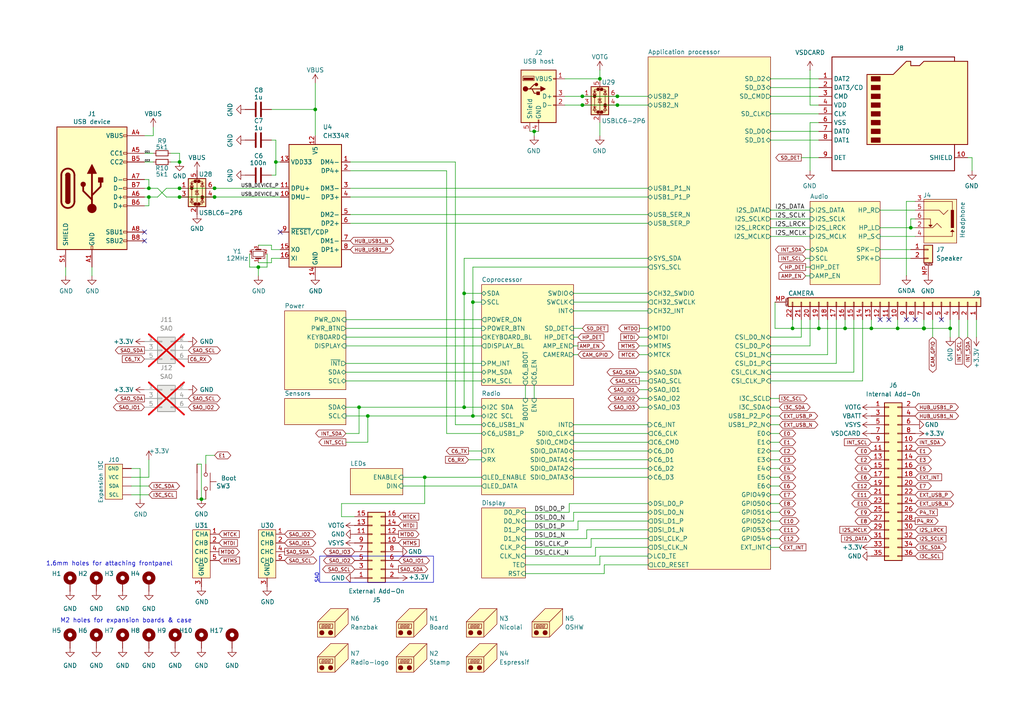
<source format=kicad_sch>
(kicad_sch (version 20231120) (generator "eeschema") (generator_version "8.0")
  (paper "A4")
  (title_block (title "WHY2025 badge") (date "2024-08-27") (rev "Prototype 2") (company "Badge.Team") (comment 1 "Copyright 2024 Nicolai Electronics") (comment 2 "License: CERN-OHL-P") (comment 3 "Untested prototype design"))
  (junction (at 154.94 38.1))
  (junction (at 137.16 87.63))
  (junction (at 245.11 95.25))
  (junction (at 275.59 95.25))
  (junction (at 52.07 46.99))
  (junction (at 91.44 31.75))
  (junction (at 267.97 95.25) (diameter 1.016))
  (junction (at 106.68 120.65))
  (junction (at 168.91 27.94))
  (junction (at 134.62 85.09))
  (junction (at 58.42 144.78))
  (junction (at 123.19 138.43))
  (junction (at 52.07 54.61))
  (junction (at 179.07 30.48))
  (junction (at 179.07 27.94))
  (junction (at 43.18 57.15))
  (junction (at 137.16 120.65))
  (junction (at 260.35 95.25))
  (junction (at 229.87 95.25))
  (junction (at 62.23 54.61))
  (junction (at 168.91 30.48))
  (junction (at 62.23 57.15))
  (junction (at 74.93 77.47))
  (junction (at 52.07 57.15))
  (junction (at 134.62 118.11))
  (junction (at 237.49 95.25))
  (junction (at 104.14 118.11))
  (junction (at 173.99 22.86))
  (junction (at 252.73 95.25))
  (junction (at 264.16 66.04))
  (junction (at 43.18 54.61))
  (junction (at 80.01 46.99))
  (no_connect (at 265.43 92.71))
  (no_connect (at 255.27 92.71))
  (no_connect (at 273.05 92.71))
  (no_connect (at 41.91 69.85))
  (no_connect (at 257.81 92.71))
  (no_connect (at 81.28 67.31))
  (no_connect (at 262.89 92.71))
  (no_connect (at 41.91 67.31))
  (wire (pts (xy 264.16 63.5) (xy 264.16 66.04)))
  (wire (pts (xy 78.74 74.93) (xy 81.28 74.93)))
  (wire (pts (xy 223.52 102.87) (xy 240.03 102.87)))
  (wire (pts (xy 168.91 30.48) (xy 179.07 30.48)))
  (wire (pts (xy 223.52 148.59) (xy 226.06 148.59)))
  (wire (pts (xy 48.26 57.15) (xy 52.07 57.15)))
  (wire (pts (xy 223.52 107.95) (xy 247.65 107.95)))
  (wire (pts (xy 275.59 95.25) (xy 275.59 92.71)))
  (wire (pts (xy 267.97 95.25) (xy 267.97 92.71)))
  (wire (pts (xy 167.64 153.67) (xy 167.64 151.13)))
  (wire (pts (xy 152.4 161.29) (xy 172.72 161.29)))
  (wire (pts (xy 223.52 22.86) (xy 237.49 22.86)))
  (wire (pts (xy 41.91 57.15) (xy 43.18 57.15)))
  (wire (pts (xy 62.23 54.61) (xy 81.28 54.61)))
  (wire (pts (xy 223.52 100.33) (xy 234.95 100.33)))
  (wire (pts (xy 57.15 134.62) (xy 58.42 134.62)))
  (wire (pts (xy 278.13 97.79) (xy 278.13 92.71)))
  (wire (pts (xy 166.37 95.25) (xy 168.91 95.25)))
  (wire (pts (xy 223.52 133.35) (xy 226.06 133.35)))
  (wire (pts (xy 223.52 38.1) (xy 237.49 38.1)))
  (wire (pts (xy 134.62 74.93) (xy 187.96 74.93)))
  (wire (pts (xy 255.27 60.96) (xy 265.43 60.96)))
  (wire (pts (xy 123.19 138.43) (xy 139.7 138.43)))
  (wire (pts (xy 187.96 161.29) (xy 173.99 161.29)))
  (wire (pts (xy 245.11 95.25) (xy 245.11 92.71)))
  (wire (pts (xy 185.42 113.03) (xy 187.96 113.03)))
  (wire (pts (xy 173.99 163.83) (xy 173.99 161.29)))
  (wire (pts (xy 223.52 115.57) (xy 226.06 115.57)))
  (wire (pts (xy 166.37 85.09) (xy 187.96 85.09)))
  (wire (pts (xy 234.95 35.56) (xy 234.95 49.53)))
  (wire (pts (xy 224.79 95.25) (xy 229.87 95.25)))
  (wire (pts (xy 132.08 46.99) (xy 132.08 123.19)))
  (wire (pts (xy 223.52 158.75) (xy 226.06 158.75)))
  (wire (pts (xy 223.52 140.97) (xy 226.06 140.97)))
  (wire (pts (xy 267.97 95.25) (xy 275.59 95.25)))
  (wire (pts (xy 43.18 59.69) (xy 41.91 59.69)))
  (wire (pts (xy 52.07 44.45) (xy 52.07 46.99)))
  (wire (pts (xy 223.52 138.43) (xy 226.06 138.43)))
  (wire (pts (xy 132.08 123.19) (xy 139.7 123.19)))
  (wire (pts (xy 100.33 107.95) (xy 139.7 107.95)))
  (wire (pts (xy 41.91 54.61) (xy 43.18 54.61)))
  (wire (pts (xy 166.37 102.87) (xy 167.64 102.87)))
  (wire (pts (xy 74.93 76.2) (xy 78.74 76.2)))
  (wire (pts (xy 100.33 120.65) (xy 106.68 120.65)))
  (wire (pts (xy 223.52 146.05) (xy 226.06 146.05)))
  (wire (pts (xy 48.26 54.61) (xy 45.72 57.15)))
  (wire (pts (xy 223.52 33.02) (xy 237.49 33.02)))
  (wire (pts (xy 252.73 95.25) (xy 260.35 95.25)))
  (wire (pts (xy 91.44 24.13) (xy 91.44 31.75)))
  (wire (pts (xy 135.89 130.81) (xy 139.7 130.81)))
  (wire (pts (xy 152.4 156.21) (xy 170.18 156.21)))
  (wire (pts (xy 281.94 45.72) (xy 280.67 45.72)))
  (wire (pts (xy 80.01 46.99) (xy 81.28 46.99)))
  (wire (pts (xy 173.99 35.56) (xy 173.99 39.37)))
  (wire (pts (xy 166.37 148.59) (xy 187.96 148.59)))
  (wire (pts (xy 99.06 149.86) (xy 102.87 149.86)))
  (wire (pts (xy 260.35 95.25) (xy 260.35 92.71)))
  (wire (pts (xy 129.54 125.73) (xy 139.7 125.73)))
  (wire (pts (xy 223.52 68.58) (xy 234.95 68.58)))
  (wire (pts (xy 101.6 62.23) (xy 187.96 62.23)))
  (wire (pts (xy 185.42 115.57) (xy 187.96 115.57)))
  (wire (pts (xy 129.54 49.53) (xy 129.54 125.73)))
  (wire (pts (xy 172.72 161.29) (xy 172.72 158.75)))
  (wire (pts (xy 154.94 38.1) (xy 154.94 39.37)))
  (wire (pts (xy 137.16 87.63) (xy 139.7 87.63)))
  (wire (pts (xy 173.99 163.83) (xy 152.4 163.83)))
  (wire (pts (xy 38.1 138.43) (xy 43.18 138.43)))
  (wire (pts (xy 237.49 35.56) (xy 234.95 35.56)))
  (wire (pts (xy 170.18 156.21) (xy 170.18 153.67)))
  (wire (pts (xy 101.6 57.15) (xy 187.96 57.15)))
  (wire (pts (xy 166.37 138.43) (xy 187.96 138.43)))
  (wire (pts (xy 223.52 40.64) (xy 237.49 40.64)))
  (wire (pts (xy 237.49 95.25) (xy 245.11 95.25)))
  (wire (pts (xy 77.47 77.47) (xy 74.93 77.47)))
  (wire (pts (xy 223.52 125.73) (xy 226.06 125.73)))
  (wire (pts (xy 175.26 166.37) (xy 152.4 166.37)))
  (wire (pts (xy 163.83 22.86) (xy 173.99 22.86)))
  (wire (pts (xy 101.6 46.99) (xy 132.08 46.99)))
  (wire (pts (xy 100.33 118.11) (xy 104.14 118.11)))
  (wire (pts (xy 106.68 120.65) (xy 137.16 120.65)))
  (wire (pts (xy 229.87 95.25) (xy 237.49 95.25)))
  (wire (pts (xy 252.73 95.25) (xy 252.73 92.71)))
  (wire (pts (xy 171.45 158.75) (xy 171.45 156.21)))
  (wire (pts (xy 166.37 97.79) (xy 167.64 97.79)))
  (wire (pts (xy 80.01 46.99) (xy 80.01 40.64)))
  (wire (pts (xy 137.16 77.47) (xy 137.16 87.63)))
  (wire (pts (xy 223.52 105.41) (xy 242.57 105.41)))
  (wire (pts (xy 264.16 66.04) (xy 265.43 66.04)))
  (wire (pts (xy 255.27 74.93) (xy 264.16 74.93)))
  (wire (pts (xy 41.91 44.45) (xy 44.45 44.45)))
  (wire (pts (xy 139.7 85.09) (xy 134.62 85.09)))
  (wire (pts (xy 262.89 58.42) (xy 262.89 80.01)))
  (wire (pts (xy 45.72 54.61) (xy 48.26 57.15)))
  (wire (pts (xy 163.83 27.94) (xy 168.91 27.94)))
  (wire (pts (xy 260.35 95.25) (xy 267.97 95.25)))
  (wire (pts (xy 78.74 31.75) (xy 91.44 31.75)))
  (wire (pts (xy 74.93 77.47) (xy 74.93 80.01)))
  (wire (pts (xy 62.23 57.15) (xy 81.28 57.15)))
  (wire (pts (xy 185.42 110.49) (xy 187.96 110.49)))
  (wire (pts (xy 74.93 71.12) (xy 78.74 71.12)))
  (wire (pts (xy 250.19 92.71) (xy 250.19 110.49)))
  (wire (pts (xy 223.52 153.67) (xy 226.06 153.67)))
  (wire (pts (xy 99.06 146.05) (xy 99.06 149.86)))
  (wire (pts (xy 166.37 135.89) (xy 187.96 135.89)))
  (wire (pts (xy 179.07 27.94) (xy 187.96 27.94)))
  (wire (pts (xy 104.14 118.11) (xy 104.14 125.73)))
  (wire (pts (xy 280.67 97.79) (xy 280.67 92.71)))
  (wire (pts (xy 187.96 146.05) (xy 165.1 146.05)))
  (wire (pts (xy 101.6 64.77) (xy 187.96 64.77)))
  (wire (pts (xy 80.01 40.64) (xy 78.74 40.64)))
  (wire (pts (xy 167.64 153.67) (xy 152.4 153.67)))
  (wire (pts (xy 255.27 72.39) (xy 264.16 72.39)))
  (wire (pts (xy 163.83 30.48) (xy 168.91 30.48)))
  (wire (pts (xy 242.57 105.41) (xy 242.57 92.71)))
  (wire (pts (xy 223.52 135.89) (xy 226.06 135.89)))
  (wire (pts (xy 58.42 134.62) (xy 58.42 144.78)))
  (wire (pts (xy 99.06 146.05) (xy 123.19 146.05)))
  (wire (pts (xy 166.37 87.63) (xy 187.96 87.63)))
  (wire (pts (xy 91.44 31.75) (xy 91.44 39.37)))
  (wire (pts (xy 185.42 97.79) (xy 187.96 97.79)))
  (wire (pts (xy 123.19 138.43) (xy 123.19 146.05)))
  (wire (pts (xy 57.15 144.78) (xy 58.42 144.78)))
  (wire (pts (xy 223.52 63.5) (xy 234.95 63.5)))
  (wire (pts (xy 223.52 143.51) (xy 226.06 143.51)))
  (wire (pts (xy 59.69 132.08) (xy 62.23 132.08)))
  (wire (pts (xy 139.7 120.65) (xy 137.16 120.65)))
  (wire (pts (xy 59.69 134.62) (xy 59.69 132.08)))
  (wire (pts (xy 44.45 39.37) (xy 44.45 36.83)))
  (wire (pts (xy 134.62 85.09) (xy 134.62 118.11)))
  (wire (pts (xy 281.94 45.72) (xy 281.94 49.53)))
  (wire (pts (xy 38.1 135.89) (xy 40.64 135.89)))
  (wire (pts (xy 166.37 130.81) (xy 187.96 130.81)))
  (wire (pts (xy 275.59 95.25) (xy 275.59 97.79)))
  (wire (pts (xy 100.33 128.27) (xy 106.68 128.27)))
  (wire (pts (xy 265.43 58.42) (xy 262.89 58.42)))
  (wire (pts (xy 166.37 100.33) (xy 167.64 100.33)))
  (wire (pts (xy 80.01 50.8) (xy 80.01 46.99)))
  (wire (pts (xy 43.18 57.15) (xy 43.18 59.69)))
  (wire (pts (xy 223.52 130.81) (xy 226.06 130.81)))
  (wire (pts (xy 223.52 128.27) (xy 226.06 128.27)))
  (wire (pts (xy 43.18 54.61) (xy 45.72 54.61)))
  (wire (pts (xy 232.41 97.79) (xy 232.41 92.71)))
  (wire (pts (xy 100.33 95.25) (xy 139.7 95.25)))
  (wire (pts (xy 223.52 27.94) (xy 237.49 27.94)))
  (wire (pts (xy 240.03 102.87) (xy 240.03 92.71)))
  (wire (pts (xy 223.52 123.19) (xy 226.06 123.19)))
  (wire (pts (xy 137.16 87.63) (xy 137.16 120.65)))
  (wire (pts (xy 168.91 27.94) (xy 179.07 27.94)))
  (wire (pts (xy 78.74 71.12) (xy 78.74 72.39)))
  (wire (pts (xy 223.52 66.04) (xy 234.95 66.04)))
  (wire (pts (xy 100.33 92.71) (xy 139.7 92.71)))
  (wire (pts (xy 166.37 133.35) (xy 187.96 133.35)))
  (wire (pts (xy 38.1 143.51) (xy 43.18 143.51)))
  (wire (pts (xy 255.27 68.58) (xy 265.43 68.58)))
  (wire (pts (xy 234.95 30.48) (xy 237.49 30.48)))
  (wire (pts (xy 78.74 50.8) (xy 80.01 50.8)))
  (wire (pts (xy 152.4 148.59) (xy 165.1 148.59)))
  (wire (pts (xy 233.68 74.93) (xy 234.95 74.93)))
  (wire (pts (xy 154.94 38.1) (xy 153.67 38.1)))
  (wire (pts (xy 283.21 97.79) (xy 283.21 92.71)))
  (wire (pts (xy 77.47 73.66) (xy 77.47 77.47)))
  (wire (pts (xy 40.64 135.89) (xy 40.64 144.78)))
  (wire (pts (xy 187.96 158.75) (xy 172.72 158.75)))
  (wire (pts (xy 175.26 163.83) (xy 175.26 166.37)))
  (wire (pts (xy 26.67 77.47) (xy 26.67 80.01)))
  (wire (pts (xy 229.87 92.71) (xy 229.87 95.25)))
  (wire (pts (xy 166.37 128.27) (xy 187.96 128.27)))
  (wire (pts (xy 52.07 54.61) (xy 62.23 54.61)))
  (wire (pts (xy 187.96 151.13) (xy 167.64 151.13)))
  (wire (pts (xy 265.43 63.5) (xy 264.16 63.5)))
  (wire (pts (xy 166.37 151.13) (xy 166.37 148.59)))
  (wire (pts (xy 233.68 72.39) (xy 234.95 72.39)))
  (wire (pts (xy 100.33 100.33) (xy 139.7 100.33)))
  (wire (pts (xy 52.07 57.15) (xy 62.23 57.15)))
  (wire (pts (xy 106.68 120.65) (xy 106.68 128.27)))
  (wire (pts (xy 223.52 25.4) (xy 237.49 25.4)))
  (wire (pts (xy 154.94 111.76) (xy 154.94 115.57)))
  (wire (pts (xy 173.99 20.32) (xy 173.99 22.86)))
  (wire (pts (xy 81.28 72.39) (xy 78.74 72.39)))
  (wire (pts (xy 233.68 77.47) (xy 234.95 77.47)))
  (wire (pts (xy 185.42 100.33) (xy 187.96 100.33)))
  (wire (pts (xy 237.49 95.25) (xy 237.49 92.71)))
  (wire (pts (xy 134.62 118.11) (xy 139.7 118.11)))
  (wire (pts (xy 43.18 57.15) (xy 45.72 57.15)))
  (wire (pts (xy 233.68 80.01) (xy 234.95 80.01)))
  (wire (pts (xy 72.39 77.47) (xy 72.39 73.66)))
  (wire (pts (xy 234.95 20.32) (xy 234.95 30.48)))
  (wire (pts (xy 224.79 87.63) (xy 224.79 95.25)))
  (wire (pts (xy 165.1 148.59) (xy 165.1 146.05)))
  (wire (pts (xy 185.42 118.11) (xy 187.96 118.11)))
  (wire (pts (xy 223.52 60.96) (xy 234.95 60.96)))
  (wire (pts (xy 116.84 140.97) (xy 139.7 140.97)))
  (wire (pts (xy 134.62 74.93) (xy 134.62 85.09)))
  (wire (pts (xy 270.51 92.71) (xy 270.51 97.79)))
  (wire (pts (xy 58.42 144.78) (xy 59.69 144.78)))
  (wire (pts (xy 48.26 54.61) (xy 52.07 54.61)))
  (wire (pts (xy 41.91 52.07) (xy 43.18 52.07)))
  (wire (pts (xy 166.37 123.19) (xy 187.96 123.19)))
  (wire (pts (xy 223.52 118.11) (xy 226.06 118.11)))
  (wire (pts (xy 19.05 77.47) (xy 19.05 80.01)))
  (wire (pts (xy 247.65 107.95) (xy 247.65 92.71)))
  (wire (pts (xy 52.07 44.45) (xy 49.53 44.45)))
  (wire (pts (xy 223.52 151.13) (xy 226.06 151.13)))
  (wire (pts (xy 152.4 151.13) (xy 166.37 151.13)))
  (wire (pts (xy 171.45 156.21) (xy 187.96 156.21)))
  (wire (pts (xy 185.42 95.25) (xy 187.96 95.25)))
  (wire (pts (xy 152.4 111.76) (xy 152.4 115.57)))
  (wire (pts (xy 232.41 45.72) (xy 237.49 45.72)))
  (wire (pts (xy 49.53 46.99) (xy 52.07 46.99)))
  (wire (pts (xy 234.95 100.33) (xy 234.95 92.71)))
  (wire (pts (xy 135.89 133.35) (xy 139.7 133.35)))
  (wire (pts (xy 43.18 133.35) (xy 43.18 138.43)))
  (wire (pts (xy 43.18 52.07) (xy 43.18 54.61)))
  (wire (pts (xy 104.14 118.11) (xy 134.62 118.11)))
  (wire (pts (xy 223.52 156.21) (xy 226.06 156.21)))
  (wire (pts (xy 41.91 39.37) (xy 44.45 39.37)))
  (wire (pts (xy 185.42 102.87) (xy 187.96 102.87)))
  (wire (pts (xy 223.52 97.79) (xy 232.41 97.79)))
  (wire (pts (xy 166.37 90.17) (xy 187.96 90.17)))
  (wire (pts (xy 187.96 163.83) (xy 175.26 163.83)))
  (wire (pts (xy 38.1 140.97) (xy 43.18 140.97)))
  (wire (pts (xy 166.37 125.73) (xy 187.96 125.73)))
  (wire (pts (xy 100.33 125.73) (xy 104.14 125.73)))
  (wire (pts (xy 185.42 107.95) (xy 187.96 107.95)))
  (wire (pts (xy 255.27 66.04) (xy 264.16 66.04)))
  (wire (pts (xy 179.07 30.48) (xy 187.96 30.48)))
  (wire (pts (xy 101.6 49.53) (xy 129.54 49.53)))
  (wire (pts (xy 101.6 54.61) (xy 187.96 54.61)))
  (wire (pts (xy 223.52 120.65) (xy 226.06 120.65)))
  (wire (pts (xy 100.33 97.79) (xy 139.7 97.79)))
  (wire (pts (xy 152.4 158.75) (xy 171.45 158.75)))
  (wire (pts (xy 245.11 95.25) (xy 252.73 95.25)))
  (wire (pts (xy 100.33 105.41) (xy 139.7 105.41)))
  (wire (pts (xy 116.84 138.43) (xy 123.19 138.43)))
  (wire (pts (xy 74.93 77.47) (xy 72.39 77.47)))
  (wire (pts (xy 223.52 110.49) (xy 250.19 110.49)))
  (wire (pts (xy 100.33 110.49) (xy 139.7 110.49)))
  (wire (pts (xy 41.91 46.99) (xy 44.45 46.99)))
  (wire (pts (xy 78.74 74.93) (xy 78.74 76.2)))
  (wire (pts (xy 170.18 153.67) (xy 187.96 153.67)))
  (wire (pts (xy 137.16 77.47) (xy 187.96 77.47)))
  (wire (pts (xy 156.21 38.1) (xy 154.94 38.1)))
  (rectangle (start 92.71 161.29) (end 125.73 168.91))
  (text "M2 holes for expansion boards & case" (at 36.576 180.086 0) (effects (font (size 1.27 1.27))))
  (text "SAO" (at 91.948 167.64 90) (effects (font (size 1.016 1.016))))
  (text "1.6mm holes for attaching frontpanel" (at 31.75 163.576 0) (effects (font (size 1.27 1.27))))
  (label "CC2" (at 41.91 46.99 0) (effects (font (size 0.508 0.508))))
  (label "DSI_CLK_N" (at 154.94 161.29 0))
  (label "DSI_D1_N" (at 154.94 156.21 0))
  (label "I2S_MCLK" (at 224.79 68.58 0))
  (label "USB_DEVICE_N" (at 69.85 57.15 0) (effects (font (size 1.016 1.016))))
  (label "DSI_D0_P" (at 154.94 148.59 0))
  (label "USB_DEVICE_P" (at 69.85 54.61 0) (effects (font (size 1.016 1.016))))
  (label "DSI_D0_N" (at 154.94 151.13 0))
  (label "DSI_CLK_P" (at 154.94 158.75 0))
  (label "CC1" (at 41.91 44.45 0) (effects (font (size 0.508 0.508))))
  (label "I2S_DATA" (at 224.79 60.96 0))
  (label "DSI_D1_P" (at 154.94 153.67 0))
  (label "I2S_SCLK" (at 224.79 63.5 0))
  (label "I2S_LRCK" (at 224.79 66.04 0))
  (global_label "INT_SDA" (shape bidirectional) (at 265.43 128.27 0) (effects (font (size 1.016 1.016))) (property "Intersheetrefs" "${INTERSHEET_REFS}" (effects (hide yes))))
  (global_label "E7" (shape bidirectional) (at 265.43 140.97 0) (effects (font (size 1.016 1.016))) (property "Intersheetrefs" "${INTERSHEET_REFS}" (effects (hide yes))))
  (global_label "HUB_USB1_P" (shape bidirectional) (at 101.6 72.39 0) (effects (font (size 1.016 1.016))) (property "Intersheetrefs" "${INTERSHEET_REFS}" (effects (hide yes))))
  (global_label "E1" (shape bidirectional) (at 226.06 128.27 0) (effects (font (size 1.016 1.016))) (property "Intersheetrefs" "${INTERSHEET_REFS}" (effects (hide yes))))
  (global_label "E2" (shape bidirectional) (at 226.06 130.81 0) (effects (font (size 1.016 1.016))) (property "Intersheetrefs" "${INTERSHEET_REFS}" (effects (hide yes))))
  (global_label "SAO_IO1" (shape bidirectional) (at 82.55 157.48 0) (effects (font (size 1.016 1.016))) (property "Intersheetrefs" "${INTERSHEET_REFS}" (effects (hide yes))))
  (global_label "INT_SDA" (shape bidirectional) (at 100.33 125.73 180) (effects (font (size 1.016 1.016))) (property "Intersheetrefs" "${INTERSHEET_REFS}" (effects (hide yes))))
  (global_label "MTDO" (shape output) (at 185.42 95.25 180) (effects (font (size 1.016 1.016))) (property "Intersheetrefs" "${INTERSHEET_REFS}" (effects (hide yes))))
  (global_label "SAO_SCL" (shape bidirectional) (at 54.61 115.57 0) (effects (font (size 1.016 1.016))) (property "Intersheetrefs" "${INTERSHEET_REFS}" (effects (hide yes))))
  (global_label "SAO_SCL" (shape output) (at 185.42 110.49 180) (effects (font (size 1.016 1.016))) (property "Intersheetrefs" "${INTERSHEET_REFS}" (effects (hide yes))))
  (global_label "I3C_SCL" (shape input) (at 43.18 143.51 0) (effects (font (size 1.016 1.016))) (property "Intersheetrefs" "${INTERSHEET_REFS}" (effects (hide yes))))
  (global_label "MTMS" (shape input) (at 115.57 157.48 0) (effects (font (size 1.016 1.016))) (property "Intersheetrefs" "${INTERSHEET_REFS}" (effects (hide yes))))
  (global_label "E11" (shape bidirectional) (at 226.06 153.67 0) (effects (font (size 1.016 1.016))) (property "Intersheetrefs" "${INTERSHEET_REFS}" (effects (hide yes))))
  (global_label "INT_SCL" (shape input) (at 252.73 128.27 180) (effects (font (size 1.016 1.016))) (property "Intersheetrefs" "${INTERSHEET_REFS}" (effects (hide yes))))
  (global_label "E12" (shape bidirectional) (at 226.06 156.21 0) (effects (font (size 1.016 1.016))) (property "Intersheetrefs" "${INTERSHEET_REFS}" (effects (hide yes))))
  (global_label "E2" (shape bidirectional) (at 252.73 133.35 180) (effects (font (size 1.016 1.016))) (property "Intersheetrefs" "${INTERSHEET_REFS}" (effects (hide yes))))
  (global_label "MTCK" (shape input) (at 115.57 149.86 0) (effects (font (size 1.016 1.016))) (property "Intersheetrefs" "${INTERSHEET_REFS}" (effects (hide yes))))
  (global_label "HP_DET" (shape input) (at 167.64 97.79 0) (effects (font (size 1.016 1.016))) (property "Intersheetrefs" "${INTERSHEET_REFS}" (effects (hide yes))))
  (global_label "I2S_LRCK" (shape input) (at 265.43 153.67 0) (effects (font (size 1.016 1.016))) (property "Intersheetrefs" "${INTERSHEET_REFS}" (effects (hide yes))))
  (global_label "I2S_DATA" (shape input) (at 252.73 156.21 180) (effects (font (size 1.016 1.016))) (property "Intersheetrefs" "${INTERSHEET_REFS}" (effects (hide yes))))
  (global_label "I2S_SCLK" (shape input) (at 265.43 156.21 0) (effects (font (size 1.016 1.016))) (property "Intersheetrefs" "${INTERSHEET_REFS}" (effects (hide yes))))
  (global_label "HUB_USB1_N" (shape bidirectional) (at 265.43 120.65 0) (effects (font (size 1.016 1.016))) (property "Intersheetrefs" "${INTERSHEET_REFS}" (effects (hide yes))))
  (global_label "E4" (shape bidirectional) (at 252.73 135.89 180) (effects (font (size 1.016 1.016))) (property "Intersheetrefs" "${INTERSHEET_REFS}" (effects (hide yes))))
  (global_label "E12" (shape bidirectional) (at 252.73 140.97 180) (effects (font (size 1.016 1.016))) (property "Intersheetrefs" "${INTERSHEET_REFS}" (effects (hide yes))))
  (global_label "E8" (shape bidirectional) (at 226.06 146.05 0) (effects (font (size 1.016 1.016))) (property "Intersheetrefs" "${INTERSHEET_REFS}" (effects (hide yes))))
  (global_label "P4_TX" (shape input) (at 265.43 148.59 0) (effects (font (size 1.016 1.016))) (property "Intersheetrefs" "${INTERSHEET_REFS}" (effects (hide yes))))
  (global_label "SAO_SCL" (shape bidirectional) (at 54.61 101.6 0) (effects (font (size 1.016 1.016))) (property "Intersheetrefs" "${INTERSHEET_REFS}" (effects (hide yes))))
  (global_label "MTDO" (shape output) (at 115.57 154.94 0) (effects (font (size 1.016 1.016))) (property "Intersheetrefs" "${INTERSHEET_REFS}" (effects (hide yes))))
  (global_label "C6_TX" (shape output) (at 135.89 130.81 180) (effects (font (size 1.016 1.016))) (property "Intersheetrefs" "${INTERSHEET_REFS}" (effects (hide yes))))
  (global_label "SAO_SDA" (shape bidirectional) (at 185.42 107.95 180) (effects (font (size 1.016 1.016))) (property "Intersheetrefs" "${INTERSHEET_REFS}" (effects (hide yes))))
  (global_label "E6" (shape bidirectional) (at 252.73 138.43 180) (effects (font (size 1.016 1.016))) (property "Intersheetrefs" "${INTERSHEET_REFS}" (effects (hide yes))))
  (global_label "SAO_IO3" (shape bidirectional) (at 102.87 160.02 180) (effects (font (size 1.016 1.016))) (property "Intersheetrefs" "${INTERSHEET_REFS}" (effects (hide yes))))
  (global_label "E1" (shape bidirectional) (at 62.23 132.08 0) (effects (font (size 1.016 1.016))) (property "Intersheetrefs" "${INTERSHEET_REFS}" (effects (hide yes))))
  (global_label "MTDI" (shape input) (at 185.42 97.79 180) (effects (font (size 1.016 1.016))) (property "Intersheetrefs" "${INTERSHEET_REFS}" (effects (hide yes))))
  (global_label "HP_DET" (shape output) (at 233.68 77.47 180) (effects (font (size 1.016 1.016))) (property "Intersheetrefs" "${INTERSHEET_REFS}" (effects (hide yes))))
  (global_label "MTMS" (shape input) (at 63.5 162.56 0) (effects (font (size 1.016 1.016))) (property "Intersheetrefs" "${INTERSHEET_REFS}" (effects (hide yes))))
  (global_label "I3C_SDA" (shape bidirectional) (at 226.06 118.11 0) (effects (font (size 1.016 1.016))) (property "Intersheetrefs" "${INTERSHEET_REFS}" (effects (hide yes))))
  (global_label "E3" (shape bidirectional) (at 265.43 133.35 0) (effects (font (size 1.016 1.016))) (property "Intersheetrefs" "${INTERSHEET_REFS}" (effects (hide yes))))
  (global_label "INT_SCL" (shape output) (at 100.33 128.27 180) (effects (font (size 1.016 1.016))) (property "Intersheetrefs" "${INTERSHEET_REFS}" (effects (hide yes))))
  (global_label "E1" (shape bidirectional) (at 265.43 130.81 0) (effects (font (size 1.016 1.016))) (property "Intersheetrefs" "${INTERSHEET_REFS}" (effects (hide yes))))
  (global_label "EXT_USB_P" (shape bidirectional) (at 265.43 143.51 0) (effects (font (size 1.016 1.016))) (property "Intersheetrefs" "${INTERSHEET_REFS}" (effects (hide yes))))
  (global_label "SAO_SDA" (shape output) (at 41.91 101.6 180) (effects (font (size 1.016 1.016))) (property "Intersheetrefs" "${INTERSHEET_REFS}" (effects (hide yes))))
  (global_label "SD_DET" (shape output) (at 232.41 45.72 180) (effects (font (size 1.016 1.016))) (property "Intersheetrefs" "${INTERSHEET_REFS}" (effects (hide yes))))
  (global_label "SAO_SCL" (shape bidirectional) (at 82.55 162.56 0) (effects (font (size 1.016 1.016))) (property "Intersheetrefs" "${INTERSHEET_REFS}" (effects (hide yes))))
  (global_label "E8" (shape bidirectional) (at 252.73 151.13 180) (effects (font (size 1.016 1.016))) (property "Intersheetrefs" "${INTERSHEET_REFS}" (effects (hide yes))))
  (global_label "E4" (shape bidirectional) (at 226.06 135.89 0) (effects (font (size 1.016 1.016))) (property "Intersheetrefs" "${INTERSHEET_REFS}" (effects (hide yes))))
  (global_label "SAO_SDA" (shape output) (at 115.57 165.1 0) (effects (font (size 1.016 1.016))) (property "Intersheetrefs" "${INTERSHEET_REFS}" (effects (hide yes))))
  (global_label "E0" (shape bidirectional) (at 226.06 125.73 0) (effects (font (size 1.016 1.016))) (property "Intersheetrefs" "${INTERSHEET_REFS}" (effects (hide yes))))
  (global_label "MTDO" (shape output) (at 63.5 160.02 0) (effects (font (size 1.016 1.016))) (property "Intersheetrefs" "${INTERSHEET_REFS}" (effects (hide yes))))
  (global_label "EXT_USB_N" (shape bidirectional) (at 226.06 123.19 0) (effects (font (size 1.016 1.016))) (property "Intersheetrefs" "${INTERSHEET_REFS}" (effects (hide yes))))
  (global_label "E10" (shape bidirectional) (at 252.73 146.05 180) (effects (font (size 1.016 1.016))) (property "Intersheetrefs" "${INTERSHEET_REFS}" (effects (hide yes))))
  (global_label "SAO_IO1" (shape bidirectional) (at 41.91 118.11 180) (effects (font (size 1.016 1.016))) (property "Intersheetrefs" "${INTERSHEET_REFS}" (effects (hide yes))))
  (global_label "INT_SDA" (shape bidirectional) (at 280.67 97.79 270) (effects (font (size 1.016 1.016))) (property "Intersheetrefs" "${INTERSHEET_REFS}" (effects (hide yes))))
  (global_label "SAO_IO1" (shape bidirectional) (at 115.57 162.56 0) (effects (font (size 1.016 1.016))) (property "Intersheetrefs" "${INTERSHEET_REFS}" (effects (hide yes))))
  (global_label "EXT_INT" (shape input) (at 265.43 138.43 0) (effects (font (size 1.016 1.016))) (property "Intersheetrefs" "${INTERSHEET_REFS}" (effects (hide yes))))
  (global_label "C6_RX" (shape input) (at 135.89 133.35 180) (effects (font (size 1.016 1.016))) (property "Intersheetrefs" "${INTERSHEET_REFS}" (effects (hide yes))))
  (global_label "E5" (shape bidirectional) (at 226.06 138.43 0) (effects (font (size 1.016 1.016))) (property "Intersheetrefs" "${INTERSHEET_REFS}" (effects (hide yes))))
  (global_label "HUB_USB1_P" (shape bidirectional) (at 265.43 118.11 0) (effects (font (size 1.016 1.016))) (property "Intersheetrefs" "${INTERSHEET_REFS}" (effects (hide yes))))
  (global_label "C6_RX" (shape output) (at 54.61 104.14 0) (effects (font (size 1.016 1.016))) (property "Intersheetrefs" "${INTERSHEET_REFS}" (effects (hide yes))))
  (global_label "EXT_USB_P" (shape bidirectional) (at 226.06 120.65 0) (effects (font (size 1.016 1.016))) (property "Intersheetrefs" "${INTERSHEET_REFS}" (effects (hide yes))))
  (global_label "MTMS" (shape input) (at 185.42 100.33 180) (effects (font (size 1.016 1.016))) (property "Intersheetrefs" "${INTERSHEET_REFS}" (effects (hide yes))))
  (global_label "I3C_SDA" (shape bidirectional) (at 43.18 140.97 0) (effects (font (size 1.016 1.016))) (property "Intersheetrefs" "${INTERSHEET_REFS}" (effects (hide yes))))
  (global_label "MTCK" (shape input) (at 63.5 154.94 0) (effects (font (size 1.016 1.016))) (property "Intersheetrefs" "${INTERSHEET_REFS}" (effects (hide yes))))
  (global_label "E9" (shape bidirectional) (at 226.06 148.59 0) (effects (font (size 1.016 1.016))) (property "Intersheetrefs" "${INTERSHEET_REFS}" (effects (hide yes))))
  (global_label "AMP_EN" (shape output) (at 167.64 100.33 0) (effects (font (size 1.016 1.016))) (property "Intersheetrefs" "${INTERSHEET_REFS}" (effects (hide yes))))
  (global_label "HUB_USB1_N" (shape bidirectional) (at 101.6 69.85 0) (effects (font (size 1.016 1.016))) (property "Intersheetrefs" "${INTERSHEET_REFS}" (effects (hide yes))))
  (global_label "C6_TX" (shape input) (at 41.91 104.14 180) (effects (font (size 1.016 1.016))) (property "Intersheetrefs" "${INTERSHEET_REFS}" (effects (hide yes))))
  (global_label "I3C_SDA" (shape bidirectional) (at 265.43 158.75 0) (effects (font (size 1.016 1.016))) (property "Intersheetrefs" "${INTERSHEET_REFS}" (effects (hide yes))))
  (global_label "P4_RX" (shape output) (at 265.43 151.13 0) (effects (font (size 1.016 1.016))) (property "Intersheetrefs" "${INTERSHEET_REFS}" (effects (hide yes))))
  (global_label "E0" (shape bidirectional) (at 252.73 130.81 180) (effects (font (size 1.016 1.016))) (property "Intersheetrefs" "${INTERSHEET_REFS}" (effects (hide yes))))
  (global_label "SAO_IO2" (shape bidirectional) (at 54.61 118.11 0) (effects (font (size 1.016 1.016))) (property "Intersheetrefs" "${INTERSHEET_REFS}" (effects (hide yes))))
  (global_label "E5" (shape bidirectional) (at 265.43 135.89 0) (effects (font (size 1.016 1.016))) (property "Intersheetrefs" "${INTERSHEET_REFS}" (effects (hide yes))))
  (global_label "INT_SCL" (shape input) (at 278.13 97.79 270) (effects (font (size 1.016 1.016))) (property "Intersheetrefs" "${INTERSHEET_REFS}" (effects (hide yes))))
  (global_label "SAO_SDA" (shape output) (at 82.55 160.02 0) (effects (font (size 1.016 1.016))) (property "Intersheetrefs" "${INTERSHEET_REFS}" (effects (hide yes))))
  (global_label "I3C_SCL" (shape output) (at 226.06 115.57 0) (effects (font (size 1.016 1.016))) (property "Intersheetrefs" "${INTERSHEET_REFS}" (effects (hide yes))))
  (global_label "INT_SDA" (shape bidirectional) (at 233.68 72.39 180) (effects (font (size 1.016 1.016))) (property "Intersheetrefs" "${INTERSHEET_REFS}" (effects (hide yes))))
  (global_label "MTDI" (shape input) (at 115.57 152.4 0) (effects (font (size 1.016 1.016))) (property "Intersheetrefs" "${INTERSHEET_REFS}" (effects (hide yes))))
  (global_label "SAO_IO2" (shape bidirectional) (at 185.42 115.57 180) (effects (font (size 1.016 1.016))) (property "Intersheetrefs" "${INTERSHEET_REFS}" (effects (hide yes))))
  (global_label "E6" (shape bidirectional) (at 226.06 140.97 0) (effects (font (size 1.016 1.016))) (property "Intersheetrefs" "${INTERSHEET_REFS}" (effects (hide yes))))
  (global_label "MTCK" (shape input) (at 185.42 102.87 180) (effects (font (size 1.016 1.016))) (property "Intersheetrefs" "${INTERSHEET_REFS}" (effects (hide yes))))
  (global_label "E3" (shape bidirectional) (at 226.06 133.35 0) (effects (font (size 1.016 1.016))) (property "Intersheetrefs" "${INTERSHEET_REFS}" (effects (hide yes))))
  (global_label "EXT_USB_N" (shape bidirectional) (at 265.43 146.05 0) (effects (font (size 1.016 1.016))) (property "Intersheetrefs" "${INTERSHEET_REFS}" (effects (hide yes))))
  (global_label "SAO_IO2" (shape bidirectional) (at 102.87 162.56 180) (effects (font (size 1.016 1.016))) (property "Intersheetrefs" "${INTERSHEET_REFS}" (effects (hide yes))))
  (global_label "SAO_IO3" (shape bidirectional) (at 185.42 118.11 180) (effects (font (size 1.016 1.016))) (property "Intersheetrefs" "${INTERSHEET_REFS}" (effects (hide yes))))
  (global_label "AMP_EN" (shape input) (at 233.68 80.01 180) (effects (font (size 1.016 1.016))) (property "Intersheetrefs" "${INTERSHEET_REFS}" (effects (hide yes))))
  (global_label "INT_SCL" (shape input) (at 233.68 74.93 180) (effects (font (size 1.016 1.016))) (property "Intersheetrefs" "${INTERSHEET_REFS}" (effects (hide yes))))
  (global_label "SAO_SDA" (shape output) (at 41.91 115.57 180) (effects (font (size 1.016 1.016))) (property "Intersheetrefs" "${INTERSHEET_REFS}" (effects (hide yes))))
  (global_label "E11" (shape bidirectional) (at 252.73 143.51 180) (effects (font (size 1.016 1.016))) (property "Intersheetrefs" "${INTERSHEET_REFS}" (effects (hide yes))))
  (global_label "E7" (shape bidirectional) (at 226.06 143.51 0) (effects (font (size 1.016 1.016))) (property "Intersheetrefs" "${INTERSHEET_REFS}" (effects (hide yes))))
  (global_label "SAO_SCL" (shape bidirectional) (at 102.87 165.1 180) (effects (font (size 1.016 1.016))) (property "Intersheetrefs" "${INTERSHEET_REFS}" (effects (hide yes))))
  (global_label "CAM_GPIO" (shape bidirectional) (at 167.64 102.87 0) (effects (font (size 1.016 1.016))) (property "Intersheetrefs" "${INTERSHEET_REFS}" (effects (hide yes))))
  (global_label "E9" (shape bidirectional) (at 252.73 148.59 180) (effects (font (size 1.016 1.016))) (property "Intersheetrefs" "${INTERSHEET_REFS}" (effects (hide yes))))
  (global_label "MTDI" (shape input) (at 63.5 157.48 0) (effects (font (size 1.016 1.016))) (property "Intersheetrefs" "${INTERSHEET_REFS}" (effects (hide yes))))
  (global_label "I3C_SCL" (shape input) (at 265.43 161.29 0) (effects (font (size 1.016 1.016))) (property "Intersheetrefs" "${INTERSHEET_REFS}" (effects (hide yes))))
  (global_label "SAO_IO1" (shape bidirectional) (at 185.42 113.03 180) (effects (font (size 1.016 1.016))) (property "Intersheetrefs" "${INTERSHEET_REFS}" (effects (hide yes))))
  (global_label "SAO_IO2" (shape bidirectional) (at 82.55 154.94 0) (effects (font (size 1.016 1.016))) (property "Intersheetrefs" "${INTERSHEET_REFS}" (effects (hide yes))))
  (global_label "CAM_GPIO" (shape bidirectional) (at 270.51 97.79 270) (effects (font (size 1.016 1.016))) (property "Intersheetrefs" "${INTERSHEET_REFS}" (effects (hide yes))))
  (global_label "I2S_MCLK" (shape input) (at 252.73 153.67 180) (effects (font (size 1.016 1.016))) (property "Intersheetrefs" "${INTERSHEET_REFS}" (effects (hide yes))))
  (global_label "E10" (shape bidirectional) (at 226.06 151.13 0) (effects (font (size 1.016 1.016))) (property "Intersheetrefs" "${INTERSHEET_REFS}" (effects (hide yes))))
  (global_label "SD_DET" (shape input) (at 168.91 95.25 0) (effects (font (size 1.016 1.016))) (property "Intersheetrefs" "${INTERSHEET_REFS}" (effects (hide yes))))
  (global_label "EXT_INT" (shape input) (at 226.06 158.75 0) (effects (font (size 1.016 1.016))) (property "Intersheetrefs" "${INTERSHEET_REFS}" (effects (hide yes))))
  (symbol (lib_id "Mechanical:MountingHole_Pad") (at 27.94 185.42 0) (mirror y) (unit 1) (in_bom no)
    (property "Reference" "H6" (at 25.4 182.8799 0) (effects (justify left)))
    (property "Value" "Mounting hole" (effects (hide yes)))
    (property "Footprint" "MountingHole:MountingHole_2.2mm_M2_DIN965_Pad" (effects (hide yes)))
    (property "Datasheet" "-" (effects (hide yes)))
    (property "Description" "Mounting Hole with connection" (effects (hide yes)))
    (property "LCSC" "-" (effects (hide yes)))
  )
  (symbol (lib_id "mch2021-rescue:R_Small-Device") (at 46.99 46.99 270) (unit 1)
    (property "Reference" "R10" (at 46.99 48.768 90))
    (property "Value" "5k1" (at 46.99 50.546 90))
    (property "Footprint" "Resistor_SMD:R_0402_1005Metric" (effects (hide yes)))
    (property "Datasheet" "https://datasheet.lcsc.com/lcsc/2110260030_UNI-ROYAL-Uniroyal-Elec-0402WGF5101TCE_C25905.pdf" (effects (hide yes)))
    (property "LCSC" "C25905" (effects (hide yes)))
  )
  (symbol (lib_id "Mechanical:MountingHole_Pad") (at 43.18 168.91 0) (mirror y) (unit 1) (in_bom no)
    (property "Reference" "H4" (at 40.64 166.3699 0) (effects (justify left)))
    (property "Value" "Mounting hole" (effects (hide yes)))
    (property "Footprint" "library:mountinghole_1.6mm" (effects (hide yes)))
    (property "Datasheet" "-" (effects (hide yes)))
    (property "Description" "Mounting Hole with connection" (effects (hide yes)))
    (property "LCSC" "-" (effects (hide yes)))
  )
  (symbol (lib_id "power:+3.3V") (at 43.18 133.35 0) (unit 1)
    (property "Reference" "#PWR0204" (effects (hide yes)))
    (property "Value" "+3.3V" (at 43.18 130.81 0) (effects (justify left)))
    (property "Description" "Power symbol creates a global label with name \"+3.3V\"" (effects (hide yes)))
  )
  (symbol (lib_id "Mechanical:Housing") (at 140.97 190.5 0) (unit 1) (in_bom no)
    (property "Reference" "N4" (at 144.78 189.5474 0) (effects (justify left)))
    (property "Value" "Espressif" (at 144.78 192.0874 0) (effects (justify left)))
    (property "Footprint" "proto1_kicad:Espressif_Logo" (effects (hide yes)))
    (property "Datasheet" "-" (effects (hide yes)))
    (property "LCSC" "-" (effects (hide yes)))
  )
  (symbol (lib_id "power:GND") (at 35.56 187.96 0) (unit 1)
    (property "Reference" "#PWR0262" (effects (hide yes)))
    (property "Value" "GND" (at 35.56 193.04 0))
    (property "Description" "Power symbol creates a global label with name \"GND\" , ground" (effects (hide yes)))
  )
  (symbol (lib_id "power:GND") (at 43.18 171.45 0) (unit 1)
    (property "Reference" "#PWR016" (effects (hide yes)))
    (property "Value" "GND" (at 43.18 176.53 0))
    (property "Description" "Power symbol creates a global label with name \"GND\" , ground" (effects (hide yes)))
  )
  (symbol (lib_id "power:+3.3V") (at 265.43 125.73 270) (unit 1)
    (property "Reference" "#PWR0193" (effects (hide yes)))
    (property "Value" "+3.3V" (at 267.97 125.73 90) (effects (justify left)))
    (property "Description" "Power symbol creates a global label with name \"+3.3V\"" (effects (hide yes)))
  )
  (symbol (lib_id "Mechanical:Housing") (at 120.65 190.5 0) (unit 1) (in_bom no)
    (property "Reference" "N2" (at 124.46 189.5474 0) (effects (justify left)))
    (property "Value" "Stamp" (at 124.46 192.0874 0) (effects (justify left)))
    (property "Footprint" "stamp:stamp" (effects (hide yes)))
    (property "Datasheet" "-" (effects (hide yes)))
    (property "LCSC" "-" (effects (hide yes)))
  )
  (symbol (lib_id "mch2021-rescue:GND-power") (at 52.07 46.99 0) (unit 1)
    (property "Reference" "#PWR019" (effects (hide yes)))
    (property "Value" "GND" (at 52.07 51.054 0))
  )
  (symbol (lib_id "mch2021-rescue:GND-power") (at 74.93 80.01 0) (unit 1)
    (property "Reference" "#PWR034" (effects (hide yes)))
    (property "Value" "GND" (at 75.057 84.4042 0))
  )
  (symbol (lib_id "power:+3.3V") (at 283.21 97.79 180) (unit 1)
    (property "Reference" "#PWR058" (effects (hide yes)))
    (property "Value" "+3.3V" (at 283.21 103.886 90))
    (property "Description" "Power symbol creates a global label with name \"+3.3V\"" (effects (hide yes)))
  )
  (symbol (lib_id "mch2021-rescue:GND-power") (at 234.95 49.53 0) (mirror y) (unit 1)
    (property "Reference" "#PWR0195" (effects (hide yes)))
    (property "Value" "GND" (at 234.823 53.9242 0))
  )
  (symbol (lib_id "mch2021-rescue:C-Device") (at 74.93 40.64 270) (unit 1)
    (property "Reference" "C7" (at 73.66 35.052 90) (effects (justify left)))
    (property "Value" "1u" (at 73.66 37.084 90) (effects (justify left)))
    (property "Footprint" "Capacitor_SMD:C_0603_1608Metric" (effects (hide yes)))
    (property "Datasheet" "https://datasheet.lcsc.com/lcsc/2304140030_Samsung-Electro-Mechanics-CL05A105KQ5NNNC_C107372.pdf" (effects (hide yes)))
    (property "LCSC" "C5199872" (effects (hide yes)))
  )
  (symbol (lib_id "mch2021-rescue:GND-power") (at 265.43 123.19 90) (unit 1)
    (property "Reference" "#PWR043" (effects (hide yes)))
    (property "Value" "GND" (at 270.256 123.19 90))
  )
  (symbol (lib_id "power:GNDA") (at 262.89 80.01 0) (unit 1)
    (property "Reference" "#PWR057" (effects (hide yes)))
    (property "Value" "GNDA" (at 262.89 84.328 0))
    (property "Description" "Power symbol creates a global label with name \"GNDA\" , analog ground" (effects (hide yes)))
  )
  (symbol (lib_id "mch2021-rescue:GND-power") (at 26.67 80.01 0) (unit 1)
    (property "Reference" "#PWR018" (effects (hide yes)))
    (property "Value" "GND" (at 26.797 84.4042 0))
  )
  (symbol (lib_id "mch2021-rescue:GND-power") (at 154.94 39.37 0) (mirror y) (unit 1)
    (property "Reference" "#PWR060" (effects (hide yes)))
    (property "Value" "GND" (at 154.813 43.7642 0))
  )
  (symbol (lib_id "mch2021-rescue:GND-power") (at 102.87 154.94 270) (unit 1)
    (property "Reference" "#PWR0246" (effects (hide yes)))
    (property "Value" "GND" (at 98.044 154.94 90))
  )
  (symbol (lib_id "power:GND") (at 20.32 171.45 0) (unit 1)
    (property "Reference" "#PWR013" (effects (hide yes)))
    (property "Value" "GND" (at 20.32 176.53 0))
    (property "Description" "Power symbol creates a global label with name \"GND\" , ground" (effects (hide yes)))
  )
  (symbol (lib_id "power:GND") (at 58.42 144.78 0) (unit 1)
    (property "Reference" "#PWR042" (effects (hide yes)))
    (property "Value" "GND" (at 58.42 149.098 0))
  )
  (symbol (lib_id "power:GND") (at 50.8 187.96 0) (unit 1)
    (property "Reference" "#PWR0266" (effects (hide yes)))
    (property "Value" "GND" (at 50.8 193.04 0))
    (property "Description" "Power symbol creates a global label with name \"GND\" , ground" (effects (hide yes)))
  )
  (symbol (lib_id "symbols2:GND") (at 54.61 113.03 90) (unit 1)
    (property "Reference" "#PWR0285" (effects (hide yes)))
    (property "Value" "GND" (at 59.944 113.03 90))
    (property "Description" "Power symbol creates a global label with name \"GND\" , ground" (effects (hide yes)))
  )
  (symbol (lib_id "Mechanical:Housing") (at 140.97 180.34 0) (unit 1) (in_bom no)
    (property "Reference" "N3" (at 144.78 179.3874 0) (effects (justify left)))
    (property "Value" "Nicolai" (at 144.78 181.9274 0) (effects (justify left)))
    (property "Footprint" "library:logo_nicolai" (effects (hide yes)))
    (property "Datasheet" "-" (effects (hide yes)))
    (property "LCSC" "-" (effects (hide yes)))
  )
  (symbol (lib_id "RCLAMP0524P-ES:RCLAMP0524P-ES") (at 58.42 160.02 0) (mirror y) (unit 1)
    (property "Reference" "U31" (at 60.452 152.4 0) (effects (justify left)))
    (property "Value" "ESD" (effects (hide yes)))
    (property "Footprint" "library:Diodes_UDFN-10_1.0x2.5mm_P0.5mm" (effects (hide yes)))
  )
  (symbol (lib_id "Mechanical:Housing") (at 97.79 180.34 0) (unit 1) (in_bom no)
    (property "Reference" "N6" (at 101.6 179.3874 0) (effects (justify left)))
    (property "Value" "Ranzbak" (at 101.6 181.9274 0) (effects (justify left)))
    (property "Footprint" "library:goatse_01" (effects (hide yes)))
    (property "Datasheet" "-" (effects (hide yes)))
    (property "LCSC" "-" (effects (hide yes)))
  )
  (symbol (lib_id "power:+3.3V") (at 41.91 113.03 90) (unit 1)
    (property "Reference" "#PWR0284" (effects (hide yes)))
    (property "Value" "+3.3V" (at 35.814 113.03 90))
    (property "Description" "Power symbol creates a global label with name \"+3.3V\"" (effects (hide yes)))
  )
  (symbol (lib_id "mch2021-rescue:GND-power") (at 102.87 167.64 270) (unit 1)
    (property "Reference" "#PWR041" (effects (hide yes)))
    (property "Value" "GND" (at 98.044 167.64 90))
  )
  (symbol (lib_id "Mechanical:MountingHole_Pad") (at 27.94 168.91 0) (mirror y) (unit 1) (in_bom no)
    (property "Reference" "H2" (at 25.4 166.3699 0) (effects (justify left)))
    (property "Value" "Mounting hole" (effects (hide yes)))
    (property "Footprint" "library:mountinghole_1.6mm" (effects (hide yes)))
    (property "Datasheet" "-" (effects (hide yes)))
    (property "Description" "Mounting Hole with connection" (effects (hide yes)))
    (property "LCSC" "-" (effects (hide yes)))
  )
  (symbol (lib_id "mch2021-rescue:GND-power") (at 115.57 160.02 90) (unit 1)
    (property "Reference" "#PWR0245" (effects (hide yes)))
    (property "Value" "GND" (at 120.396 160.02 90))
  )
  (symbol (lib_id "mch2021-rescue:GND-power") (at 173.99 39.37 0) (mirror y) (unit 1)
    (property "Reference" "#PWR059" (effects (hide yes)))
    (property "Value" "GND" (at 173.863 43.7642 0))
  )
  (symbol (lib_id "mch2021-rescue:C-Device") (at 74.93 31.75 270) (unit 1)
    (property "Reference" "C8" (at 73.66 26.162 90) (effects (justify left)))
    (property "Value" "1u" (at 73.66 28.194 90) (effects (justify left)))
    (property "Footprint" "Capacitor_SMD:C_0603_1608Metric" (effects (hide yes)))
    (property "Datasheet" "https://datasheet.lcsc.com/lcsc/2304140030_Samsung-Electro-Mechanics-CL05A105KQ5NNNC_C107372.pdf" (effects (hide yes)))
    (property "LCSC" "C5199872" (effects (hide yes)))
  )
  (symbol (lib_id "power:+3.3V") (at 252.73 158.75 90) (unit 1)
    (property "Reference" "#PWR0198" (effects (hide yes)))
    (property "Value" "+3.3V" (at 250.19 158.75 90) (effects (justify left)))
    (property "Description" "Power symbol creates a global label with name \"+3.3V\"" (effects (hide yes)))
  )
  (symbol (lib_id "symbols2:GND") (at 58.42 170.18 0) (unit 1)
    (property "Reference" "#PWR0295" (effects (hide yes)))
    (property "Value" "GND" (at 58.547 174.5742 0))
    (property "Description" "Power symbol creates a global label with name \"GND\" , ground" (effects (hide yes)))
  )
  (symbol (lib_id "power:VBUS") (at 44.45 36.83 0) (unit 1)
    (property "Reference" "#PWR021" (effects (hide yes)))
    (property "Value" "VBUS" (at 44.45 33.02 0))
    (property "Description" "Power symbol creates a global label with name \"VBUS\"" (effects (hide yes)))
  )
  (symbol (lib_id "power:VBUS") (at 91.44 24.13 0) (unit 1)
    (property "Reference" "#PWR023" (effects (hide yes)))
    (property "Value" "VBUS" (at 91.44 20.32 0))
    (property "Description" "Power symbol creates a global label with name \"VBUS\"" (effects (hide yes)))
  )
  (symbol (lib_id "mch2021-rescue:GND-power") (at 71.12 40.64 270) (unit 1)
    (property "Reference" "#PWR031" (effects (hide yes)))
    (property "Value" "GND" (at 66.7258 40.767 0))
  )
  (symbol (lib_id "mch2021-rescue:R_Small-Device") (at 46.99 44.45 270) (unit 1)
    (property "Reference" "R9" (at 46.99 40.894 90))
    (property "Value" "5k1" (at 46.99 42.672 90))
    (property "Footprint" "Resistor_SMD:R_0402_1005Metric" (effects (hide yes)))
    (property "Datasheet" "https://datasheet.lcsc.com/lcsc/2110260030_UNI-ROYAL-Uniroyal-Elec-0402WGF5101TCE_C25905.pdf" (effects (hide yes)))
    (property "LCSC" "C25905" (effects (hide yes)))
  )
  (symbol (lib_id "custom-power:VSYS") (at 252.73 123.19 90) (unit 1)
    (property "Reference" "#PWR039" (effects (hide yes)))
    (property "Value" "VSYS" (at 247.396 123.19 90))
    (property "Description" "Power symbol creates a global label with name \"VSYS\"" (effects (hide yes)))
  )
  (symbol (lib_id "Mechanical:MountingHole_Pad") (at 58.42 185.42 0) (mirror y) (unit 1) (in_bom no)
    (property "Reference" "H10" (at 55.88 182.8799 0) (effects (justify left)))
    (property "Value" "Mounting hole" (effects (hide yes)))
    (property "Footprint" "MountingHole:MountingHole_2.2mm_M2_DIN965_Pad" (effects (hide yes)))
    (property "Datasheet" "-" (effects (hide yes)))
    (property "Description" "Mounting Hole with connection" (effects (hide yes)))
    (property "LCSC" "-" (effects (hide yes)))
  )
  (symbol (lib_id "power:GND") (at 58.42 187.96 0) (unit 1)
    (property "Reference" "#PWR0267" (effects (hide yes)))
    (property "Value" "GND" (at 58.42 193.04 0))
    (property "Description" "Power symbol creates a global label with name \"GND\" , ground" (effects (hide yes)))
  )
  (symbol (lib_id "Mechanical:Housing") (at 160.02 180.34 0) (unit 1) (in_bom no)
    (property "Reference" "N5" (at 163.83 179.3874 0) (effects (justify left)))
    (property "Value" "OSHW" (at 163.83 181.9274 0) (effects (justify left)))
    (property "Footprint" "Symbol:OSHW-Logo2_14.6x12mm_SilkScreen" (effects (hide yes)))
    (property "Datasheet" "-" (effects (hide yes)))
    (property "LCSC" "-" (effects (hide yes)))
  )
  (symbol (lib_id "Connector_Generic:Conn_02x03_Odd_Even") (at 46.99 101.6 0) (unit 1) (in_bom no) (dnp yes)
    (property "Reference" "J11" (at 48.26 92.71 0))
    (property "Value" "SAO" (at 48.26 95.25 0))
    (property "Footprint" "Connector_PinSocket_2.54mm:PinSocket_2x03_P2.54mm_Vertical_SMD" (effects (hide yes)))
    (property "Description" "Generic connector, double row, 02x03, odd/even pin numbering scheme (row 1 odd numbers, row 2 even numbers), script generated (kicad-library-utils/schlib/autogen/connector/)" (effects (hide yes)))
  )
  (symbol (lib_id "mch2021-rescue:GND-power") (at 91.44 80.01 0) (unit 1)
    (property "Reference" "#PWR011" (effects (hide yes)))
    (property "Value" "GND" (at 91.567 84.4042 0))
  )
  (symbol (lib_id "mch2021-rescue:GND-power") (at 71.12 31.75 270) (unit 1)
    (property "Reference" "#PWR032" (effects (hide yes)))
    (property "Value" "GND" (at 66.7258 31.877 0))
  )
  (symbol (lib_id "Connector:USB_A") (at 156.21 27.94 0) (unit 1)
    (property "Reference" "J2" (at 156.21 15.24 0))
    (property "Value" "USB host" (at 156.21 17.78 0))
    (property "Footprint" "library:USB-A-TH_JTJ-USB-A-F-10.0-010" (effects (hide yes)))
    (property "Datasheet" "https://datasheet.lcsc.com/lcsc/2103011233_Jing-Extension-of-the-Electronic-Co--908-371A1011D10100_C42576.pdf" (effects (hide yes)))
    (property "Description" "USB Type A connector" (effects (hide yes)))
    (property "LCSC" "C42576" (effects (hide yes)))
  )
  (symbol (lib_id "pj327st-smt:PJ-327ST-SMT") (at 273.05 63.5 0) (unit 1)
    (property "Reference" "J4" (at 267.716 56.642 0) (effects (justify left)))
    (property "Value" "Headphone" (at 279.146 69.088 90) (effects (justify left)))
    (property "Footprint" "library:PJ-327ST-SMT" (effects (hide yes)))
    (property "Datasheet" "https://www.lcsc.com/datasheet/lcsc_datasheet_2110151630_XKB-Connection-PJ-327ST-SMT_C319103.pdf" (effects (hide yes)))
    (property "Description" "PJ-327ST-SMT" (effects (hide yes)))
    (property "LCSC" "C319103" (effects (hide yes)))
  )
  (symbol (lib_id "Power_Protection:USBLC6-2P6") (at 173.99 27.94 0) (unit 1)
    (property "Reference" "U29" (at 174.498 23.876 0) (effects (justify left)))
    (property "Value" "USBLC6-2P6" (at 174.498 35.052 0) (effects (justify left)))
    (property "Footprint" "Package_TO_SOT_SMD:SOT-666" (effects (hide yes)))
    (property "Datasheet" "https://www.st.com/resource/en/datasheet/usblc6-2.pdf" (effects (hide yes)))
    (property "Description" "Very low capacitance ESD protection diode, 2 data-line, SOT-666" (effects (hide yes)))
    (property "LCSC" "C2827693" (effects (hide yes)))
  )
  (symbol (lib_id "custom-power:VOTG") (at 102.87 152.4 90) (unit 1)
    (property "Reference" "#PWR0128" (effects (hide yes)))
    (property "Value" "VOTG" (at 97.536 152.4 90))
    (property "Description" "Power symbol creates a global label with name \"VOTG\"" (effects (hide yes)))
  )
  (symbol (lib_id "power:+3.3V") (at 41.91 99.06 90) (unit 1)
    (property "Reference" "#PWR0282" (effects (hide yes)))
    (property "Value" "+3.3V" (at 35.814 99.06 90))
    (property "Description" "Power symbol creates a global label with name \"+3.3V\"" (effects (hide yes)))
  )
  (symbol (lib_id "mch2021-rescue:GND-power") (at 19.05 80.01 0) (unit 1)
    (property "Reference" "#PWR017" (effects (hide yes)))
    (property "Value" "GND" (at 19.177 84.4042 0))
  )
  (symbol (lib_id "symbols2:GND") (at 77.47 170.18 0) (unit 1)
    (property "Reference" "#PWR0296" (effects (hide yes)))
    (property "Value" "GND" (at 77.597 174.5742 0))
    (property "Description" "Power symbol creates a global label with name \"GND\" , ground" (effects (hide yes)))
  )
  (symbol (lib_id "power:GND") (at 35.56 171.45 0) (unit 1)
    (property "Reference" "#PWR015" (effects (hide yes)))
    (property "Value" "GND" (at 35.56 176.53 0))
    (property "Description" "Power symbol creates a global label with name \"GND\" , ground" (effects (hide yes)))
  )
  (symbol (lib_id "Interface_USB:CH334R") (at 91.44 59.69 0) (unit 1)
    (property "Reference" "U4" (at 93.6341 36.83 0) (effects (justify left)))
    (property "Value" "CH334R" (at 93.6341 39.37 0) (effects (justify left)))
    (property "Footprint" "Package_SO:QSOP-16_3.9x4.9mm_P0.635mm" (effects (hide yes)))
    (property "Datasheet" "https://www.wch-ic.com/downloads/file/327.html" (effects (hide yes)))
    (property "Description" "USB HUB controller, UART, QSOP-16" (effects (hide yes)))
    (property "LCSC" "C4154405" (effects (hide yes)))
  )
  (symbol (lib_id "Mechanical:MountingHole_Pad") (at 35.56 168.91 0) (mirror y) (unit 1) (in_bom no)
    (property "Reference" "H3" (at 33.02 166.3699 0) (effects (justify left)))
    (property "Value" "Mounting hole" (effects (hide yes)))
    (property "Footprint" "library:mountinghole_1.6mm" (effects (hide yes)))
    (property "Datasheet" "-" (effects (hide yes)))
    (property "Description" "Mounting Hole with connection" (effects (hide yes)))
    (property "LCSC" "-" (effects (hide yes)))
  )
  (symbol (lib_id "Mechanical:MountingHole_Pad") (at 20.32 185.42 0) (mirror y) (unit 1) (in_bom no)
    (property "Reference" "H5" (at 17.78 182.8799 0) (effects (justify left)))
    (property "Value" "Mounting hole" (effects (hide yes)))
    (property "Footprint" "MountingHole:MountingHole_2.2mm_M2_DIN965_Pad" (effects (hide yes)))
    (property "Datasheet" "-" (effects (hide yes)))
    (property "Description" "Mounting Hole with connection" (effects (hide yes)))
    (property "LCSC" "-" (effects (hide yes)))
  )
  (symbol (lib_id "mch2021-rescue:GND-power") (at 71.12 50.8 270) (unit 1)
    (property "Reference" "#PWR012" (effects (hide yes)))
    (property "Value" "GND" (at 66.7258 50.927 0))
  )
  (symbol (lib_id "mch2021-rescue:GND-power") (at 281.94 49.53 0) (mirror y) (unit 1)
    (property "Reference" "#PWR0194" (effects (hide yes)))
    (property "Value" "GND" (at 281.813 53.9242 0))
  )
  (symbol (lib_id "RCLAMP0524P-ES:RCLAMP0524P-ES") (at 77.47 160.02 0) (mirror y) (unit 1)
    (property "Reference" "U30" (at 79.502 152.4 0) (effects (justify left)))
    (property "Value" "ESD" (effects (hide yes)))
    (property "Footprint" "library:Diodes_UDFN-10_1.0x2.5mm_P0.5mm" (effects (hide yes)))
  )
  (symbol (lib_id "Connector_Generic:Conn_02x18_Odd_Even") (at 257.81 138.43 0) (unit 1)
    (property "Reference" "J6" (at 259.08 111.76 0))
    (property "Value" "Internal Add-On" (at 259.08 114.3 0))
    (property "Footprint" "Connector_PinSocket_2.54mm:PinSocket_2x18_P2.54mm_Vertical_SMD" (effects (hide yes)))
    (property "Datasheet" "https://datasheet.lcsc.com/lcsc/2306091018_HCTL-PM254-2-18-S-8-5_C3975163.pdf" (effects (hide yes)))
    (property "Description" "Generic connector, double row, 02x18, odd/even pin numbering scheme (row 1 odd numbers, row 2 even numbers), script generated (kicad-library-utils/schlib/autogen/connector/)" (effects (hide yes)))
    (property "LCSC" "C3975163" (effects (hide yes)))
  )
  (symbol (lib_id "power:GND") (at 27.94 187.96 0) (unit 1)
    (property "Reference" "#PWR056" (effects (hide yes)))
    (property "Value" "GND" (at 27.94 193.04 0))
    (property "Description" "Power symbol creates a global label with name \"GND\" , ground" (effects (hide yes)))
  )
  (symbol (lib_id "custom-power:VSDCARD") (at 252.73 125.73 90) (unit 1)
    (property "Reference" "#PWR0197" (effects (hide yes)))
    (property "Value" "VSDCARD" (at 249.682 125.73 90) (effects (justify left)))
    (property "Description" "Power symbol creates a global label with name \"VSDCARD\"" (effects (hide yes)))
  )
  (symbol (lib_id "Power_Protection:USBLC6-2P6") (at 57.15 54.61 0) (unit 1)
    (property "Reference" "U28" (at 57.658 50.546 0) (effects (justify left)))
    (property "Value" "USBLC6-2P6" (at 57.658 61.722 0) (effects (justify left)))
    (property "Footprint" "Package_TO_SOT_SMD:SOT-666" (effects (hide yes)))
    (property "Datasheet" "https://www.st.com/resource/en/datasheet/usblc6-2.pdf" (effects (hide yes)))
    (property "Description" "Very low capacitance ESD protection diode, 2 data-line, SOT-666" (effects (hide yes)))
    (property "LCSC" "C2827693" (effects (hide yes)))
  )
  (symbol (lib_id "power:+3.3V") (at 115.57 167.64 270) (unit 1)
    (property "Reference" "#PWR029" (effects (hide yes)))
    (property "Value" "+3.3V" (at 121.412 167.386 90))
    (property "Description" "Power symbol creates a global label with name \"+3.3V\"" (effects (hide yes)))
  )
  (symbol (lib_id "power:GND") (at 275.59 97.79 0) (unit 1)
    (property "Reference" "#PWR040" (effects (hide yes)))
    (property "Value" "GND" (at 275.59 102.87 90))
  )
  (symbol (lib_id "Connector_Generic:Conn_02x03_Odd_Even") (at 46.99 115.57 0) (unit 1) (in_bom no) (dnp yes)
    (property "Reference" "J12" (at 48.26 106.68 0))
    (property "Value" "SAO" (at 48.26 109.22 0))
    (property "Footprint" "Connector_PinSocket_2.54mm:PinSocket_2x03_P2.54mm_Vertical_SMD" (effects (hide yes)))
    (property "Description" "Generic connector, double row, 02x03, odd/even pin numbering scheme (row 1 odd numbers, row 2 even numbers), script generated (kicad-library-utils/schlib/autogen/connector/)" (effects (hide yes)))
  )
  (symbol (lib_id "power:GND") (at 20.32 187.96 0) (unit 1)
    (property "Reference" "#PWR055" (effects (hide yes)))
    (property "Value" "GND" (at 20.32 193.04 0))
    (property "Description" "Power symbol creates a global label with name \"GND\" , ground" (effects (hide yes)))
  )
  (symbol (lib_id "Connector_Generic:Conn_02x08_Odd_Even") (at 107.95 160.02 0) (mirror x) (unit 1)
    (property "Reference" "J5" (at 109.22 173.99 0))
    (property "Value" "External Add-On" (at 109.22 171.45 0))
    (property "Footprint" "Connector_PinSocket_2.54mm:PinSocket_2x08_P2.54mm_Horizontal" (effects (hide yes)))
  )
  (symbol (lib_id "symbols:Conn_01x02_MountingPin") (at 269.24 72.39 0) (unit 1)
    (property "Reference" "J7" (at 271.526 72.39 0) (effects (justify left)))
    (property "Value" "Speaker" (at 271.526 74.93 0) (effects (justify left)))
    (property "Footprint" "Connector_Molex:Molex_PicoBlade_53261-0271_1x02-1MP_P1.25mm_Horizontal" (effects (hide yes)))
    (property "Datasheet" "https://datasheet.lcsc.com/lcsc/2304140030_MOLEX-532610271_C189700.pdf" (effects (hide yes)))
    (property "LCSC" "C189700" (effects (hide yes)))
  )
  (symbol (lib_id "Mechanical:MountingHole_Pad") (at 50.8 185.42 0) (mirror y) (unit 1) (in_bom no)
    (property "Reference" "H9" (at 48.26 182.8799 0) (effects (justify left)))
    (property "Value" "Mounting hole" (effects (hide yes)))
    (property "Footprint" "MountingHole:MountingHole_2.2mm_M2_DIN965_Pad" (effects (hide yes)))
    (property "Datasheet" "-" (effects (hide yes)))
    (property "Description" "Mounting Hole with connection" (effects (hide yes)))
    (property "LCSC" "-" (effects (hide yes)))
  )
  (symbol (lib_id "custom-power:VSDCARD") (at 234.95 20.32 0) (unit 1)
    (property "Reference" "#PWR0196" (effects (hide yes)))
    (property "Value" "VSDCARD" (at 234.95 15.24 0))
    (property "Description" "Power symbol creates a global label with name \"VSDCARD\"" (effects (hide yes)))
  )
  (symbol (lib_id "symbols2:GND") (at 54.61 99.06 90) (unit 1)
    (property "Reference" "#PWR0283" (effects (hide yes)))
    (property "Value" "GND" (at 59.944 99.06 90))
    (property "Description" "Power symbol creates a global label with name \"GND\" , ground" (effects (hide yes)))
  )
  (symbol (lib_id "Mechanical:Housing") (at 120.65 180.34 0) (unit 1) (in_bom no)
    (property "Reference" "N1" (at 124.46 179.3874 0) (effects (justify left)))
    (property "Value" "Board" (at 124.46 181.9274 0) (effects (justify left)))
    (property "Footprint" "proto1_kicad:why2025-mainboard" (effects (hide yes)))
    (property "Datasheet" "-" (effects (hide yes)))
    (property "LCSC" "-" (effects (hide yes)))
  )
  (symbol (lib_id "symbols:QWIIC_MCH") (at 35.56 135.89 0) (mirror x) (unit 1)
    (property "Reference" "J10" (at 33.02 133.35 0) (effects (font (size 1.143 1.143))))
    (property "Value" "Expansion I3C" (at 29.21 139.7 90) (effects (font (size 1.143 1.143))))
    (property "Footprint" "library:1X04_1MM_RA_GND" (effects (hide yes)))
    (property "Datasheet" "https://datasheet.lcsc.com/lcsc/1811151533_JST-Sales-America-SM04B-SRSS-TB-LF-SN_C160404.pdf" (effects (hide yes)))
    (property "LCSC" "C160404" (effects (hide yes)))
  )
  (symbol (lib_id "mch2021-rescue:GND-power") (at 269.24 80.01 0) (mirror y) (unit 1)
    (property "Reference" "#PWR046" (effects (hide yes)))
    (property "Value" "GND" (at 269.113 84.4042 0))
  )
  (symbol (lib_id "power:GND") (at 27.94 171.45 0) (unit 1)
    (property "Reference" "#PWR014" (effects (hide yes)))
    (property "Value" "GND" (at 27.94 176.53 0))
    (property "Description" "Power symbol creates a global label with name \"GND\" , ground" (effects (hide yes)))
  )
  (symbol (lib_id "power:GND") (at 67.31 187.96 0) (unit 1)
    (property "Reference" "#PWR0264" (effects (hide yes)))
    (property "Value" "GND" (at 67.31 193.04 0))
    (property "Description" "Power symbol creates a global label with name \"GND\" , ground" (effects (hide yes)))
  )
  (symbol (lib_id "mch2021-rescue:GND-power") (at 252.73 161.29 270) (unit 1)
    (property "Reference" "#PWR036" (effects (hide yes)))
    (property "Value" "GND" (at 247.904 161.29 90))
  )
  (symbol (lib_id "Connector_Generic_MountingPin:Conn_01x22_MountingPin") (at 257.81 87.63 270) (mirror x) (unit 1)
    (property "Reference" "J9" (at 281.94 85.09 90) (effects (justify left)))
    (property "Value" "CAMERA" (at 228.6 85.09 90) (effects (justify left)))
    (property "Footprint" "Connector_FFC-FPC:Hirose_FH12-22S-0.5SH_1x22-1MP_P0.50mm_Horizontal" (effects (hide yes)))
    (property "Datasheet" "https://www.lcsc.com/product-detail/FFC-FPC-Connectors_HRS-Hirose-FH12-22S-0-5SH-55_C597981.html" (effects (hide yes)))
    (property "Description" "RPI camera" (effects (hide yes)))
    (property "LCSC" "C597981" (effects (hide yes)))
  )
  (symbol (lib_id "custom-power:VSYS") (at 102.87 157.48 90) (unit 1)
    (property "Reference" "#PWR0247" (effects (hide yes)))
    (property "Value" "VSYS" (at 97.536 157.48 90))
    (property "Description" "Power symbol creates a global label with name \"VSYS\"" (effects (hide yes)))
  )
  (symbol (lib_id "power:GND") (at 43.18 187.96 0) (unit 1)
    (property "Reference" "#PWR0263" (effects (hide yes)))
    (property "Value" "GND" (at 43.18 193.04 0))
    (property "Description" "Power symbol creates a global label with name \"GND\" , ground" (effects (hide yes)))
  )
  (symbol (lib_id "Mechanical:MountingHole_Pad") (at 20.32 168.91 0) (mirror y) (unit 1) (in_bom no)
    (property "Reference" "H1" (at 17.78 166.37 0) (effects (justify left)))
    (property "Value" "Mounting hole" (effects (hide yes)))
    (property "Footprint" "library:mountinghole_1.6mm" (effects (hide yes)))
    (property "Datasheet" "-" (effects (hide yes)))
    (property "Description" "Mounting Hole with connection" (effects (hide yes)))
    (property "LCSC" "-" (effects (hide yes)))
  )
  (symbol (lib_id "mch2021-rescue:USB_C_Receptacle_USB2.0-Connector") (at 26.67 54.61 0) (unit 1)
    (property "Reference" "J1" (at 26.67 33.02 0))
    (property "Value" "USB device" (at 26.67 35.306 0))
    (property "Footprint" "Connector_USB:USB_C_Receptacle_HRO_TYPE-C-31-M-12" (effects (hide yes)))
    (property "Datasheet" "https://datasheet.lcsc.com/lcsc/2108131730_Korean-Hroparts-Elec-TYPE-C-31-M-12_C165948.pdf" (effects (hide yes)))
    (property "Description" "TYPE-C-31-M-12" (effects (hide yes)))
    (property "LCSC" "C165948" (effects (hide yes)))
  )
  (symbol (lib_id "Device:Crystal_GND24_Small") (at 74.93 73.66 90) (unit 1)
    (property "Reference" "Y1" (at 68.834 72.898 90))
    (property "Value" "12MHz" (at 68.834 74.93 90))
    (property "Footprint" "Crystal:Crystal_SMD_2520-4Pin_2.5x2.0mm" (effects (hide yes)))
    (property "Datasheet" "https://www.lcsc.com/product-detail/Crystals_Yajingxin-TXM12M0004252LBCEO00T_C284156.html" (effects (hide yes)))
    (property "Description" "Four pin crystal, GND on pins 2 and 4, small symbol" (effects (hide yes)))
    (property "LCSC" "C284156" (effects (hide yes)))
  )
  (symbol (lib_id "Mechanical:Housing") (at 97.79 190.5 0) (unit 1) (in_bom no)
    (property "Reference" "N7" (at 101.6 189.5474 0) (effects (justify left)))
    (property "Value" "Radio-logo" (at 101.6 192.0874 0) (effects (justify left)))
    (property "Footprint" "radio-logo:radio-logo" (effects (hide yes)))
    (property "Datasheet" "-" (effects (hide yes)))
    (property "LCSC" "-" (effects (hide yes)))
  )
  (symbol (lib_id "custom-power:VOTG") (at 252.73 118.11 90) (unit 1)
    (property "Reference" "#PWR037" (effects (hide yes)))
    (property "Value" "VOTG" (at 247.396 118.11 90))
    (property "Description" "Power symbol creates a global label with name \"VOTG\"" (effects (hide yes)))
  )
  (symbol (lib_id "mch2021-rescue:GND-power") (at 57.15 62.23 0) (unit 1)
    (property "Reference" "#PWR0286" (effects (hide yes)))
    (property "Value" "GND" (at 57.15 66.294 0))
  )
  (symbol (lib_id "symbols2:GND") (at 40.64 144.78 0) (unit 1)
    (property "Reference" "#PWR0203" (effects (hide yes)))
    (property "Value" "GND" (at 40.767 149.1742 0))
    (property "Description" "Power symbol creates a global label with name \"GND\" , ground" (effects (hide yes)))
  )
  (symbol (lib_id "mch2021-rescue:C-Device") (at 74.93 50.8 270) (unit 1)
    (property "Reference" "C6" (at 73.66 45.212 90) (effects (justify left)))
    (property "Value" "100n" (at 72.39 47.244 90) (effects (justify left)))
    (property "Footprint" "Capacitor_SMD:C_0402_1005Metric" (effects (hide yes)))
    (property "Datasheet" "https://datasheet.lcsc.com/lcsc/2304140030_Samsung-Electro-Mechanics-CL05B104KB54PNC_C307331.pdf" (effects (hide yes)))
    (property "LCSC" "C307331" (effects (hide yes)))
  )
  (symbol (lib_id "pushbutton_gnd:pushbutton_gnd") (at 59.69 139.7 270) (unit 1)
    (property "Reference" "SW3" (at 66.802 140.97 90) (effects (justify right)))
    (property "Value" "Boot" (at 68.58 138.684 90) (effects (justify right)))
    (property "Footprint" "library:KEY-TH_TC-1101V-C-A-W" (effects (hide yes)))
    (property "Datasheet" "https://www.lcsc.com/product-detail/Tactile-Switches_XKB-Connection-TC-1101V-C-A-W_C318992.html" (effects (hide yes)))
    (property "Description" "Boot button" (effects (hide yes)))
    (property "LCSC" "C318992" (effects (hide yes)))
  )
  (symbol (lib_id "power:VBUS") (at 57.15 49.53 0) (unit 1)
    (property "Reference" "#PWR0287" (effects (hide yes)))
    (property "Value" "VBUS" (at 57.15 45.72 0))
    (property "Description" "Power symbol creates a global label with name \"VBUS\"" (effects (hide yes)))
  )
  (symbol (lib_id "custom-power:VBATT") (at 252.73 120.65 90) (unit 1)
    (property "Reference" "#PWR038" (effects (hide yes)))
    (property "Value" "VBATT" (at 247.142 120.65 90))
    (property "Description" "Power symbol creates a global label with name \"VBATT\"" (effects (hide yes)))
  )
  (symbol (lib_id "Mechanical:MountingHole_Pad") (at 43.18 185.42 0) (mirror y) (unit 1) (in_bom no)
    (property "Reference" "H8" (at 40.64 182.8799 0) (effects (justify left)))
    (property "Value" "Mounting hole" (effects (hide yes)))
    (property "Footprint" "MountingHole:MountingHole_2.2mm_M2_DIN965_Pad" (effects (hide yes)))
    (property "Datasheet" "-" (effects (hide yes)))
    (property "Description" "Mounting Hole with connection" (effects (hide yes)))
    (property "LCSC" "-" (effects (hide yes)))
  )
  (symbol (lib_id "custom-power:VOTG") (at 173.99 20.32 0) (mirror y) (unit 1)
    (property "Reference" "#PWR0288" (effects (hide yes)))
    (property "Value" "VOTG" (at 173.99 16.51 0))
    (property "Description" "Power symbol creates a global label with name \"VOTG\"" (effects (hide yes)))
  )
  (symbol (lib_id "Mechanical:MountingHole_Pad") (at 35.56 185.42 0) (mirror y) (unit 1) (in_bom no)
    (property "Reference" "H7" (at 33.02 182.8799 0) (effects (justify left)))
    (property "Value" "Mounting hole" (effects (hide yes)))
    (property "Footprint" "MountingHole:MountingHole_2.2mm_M2_DIN965_Pad" (effects (hide yes)))
    (property "Datasheet" "-" (effects (hide yes)))
    (property "Description" "Mounting Hole with connection" (effects (hide yes)))
    (property "LCSC" "-" (effects (hide yes)))
  )
  (symbol (lib_id "Connector:Micro_SD_Card_Det1") (at 260.35 33.02 0) (unit 1)
    (property "Reference" "J8" (at 260.985 13.97 0))
    (property "Value" "Micro_SD_Card" (effects (hide yes)))
    (property "Footprint" "library:SD_Card-micro_socket_A" (effects (hide yes)))
    (property "Datasheet" "https://datasheet.lcsc.com/lcsc/2110151630_XKB-Connectivity-XKTF-015-N_C381082.pdf" (effects (hide yes)))
    (property "Description" "Micro SD Card Socket with one card detection pin" (effects (hide yes)))
    (property "LCSC" "C7529389" (effects (hide yes)))
  )
  (symbol (lib_id "Mechanical:MountingHole_Pad") (at 67.31 185.42 0) (mirror y) (unit 1) (in_bom no)
    (property "Reference" "H17" (at 64.77 182.88 0) (effects (justify left)))
    (property "Value" "Mounting hole" (effects (hide yes)))
    (property "Footprint" "MountingHole:MountingHole_2.2mm_M2_DIN965_Pad" (effects (hide yes)))
    (property "Datasheet" "-" (effects (hide yes)))
    (property "Description" "Mounting Hole with connection" (effects (hide yes)))
    (property "LCSC" "-" (effects (hide yes)))
  )
  (sheet (at 82.55 115.57) (size 17.78 7.62) (stroke (width 0.1524)) (fill (color 255 255 194 1.0000))
    (property "Sheetname" "Sensors" (at 82.55 114.8584 0) (effects (justify left bottom)))
    (property "Sheetfile" "sensors.kicad_sch" (effects (hide yes)))
    (pin "SCL" input (at 100.33 120.65 0))
    (pin "SDA" bidirectional (at 100.33 118.11 0))
  )
  (sheet (at 139.7 82.55) (size 26.67 29.21) (stroke (width 0.1524)) (fill (color 255 255 194 1.0000))
    (property "Sheetname" "Coprocessor" (at 139.7 81.8384 0) (effects (justify left bottom)))
    (property "Sheetfile" "coprocessor.kicad_sch" (effects (hide yes)))
    (pin "SCL" input (at 139.7 87.63 180))
    (pin "SDA" bidirectional (at 139.7 85.09 180))
    (pin "SWCLK" input (at 166.37 87.63 0))
    (pin "SWDIO" bidirectional (at 166.37 85.09 0))
    (pin "INT" bidirectional (at 166.37 90.17 0))
    (pin "C6_BOOT" output (at 152.4 111.76 270))
    (pin "C6_EN" output (at 154.94 111.76 270))
    (pin "KEYBOARD_BL" output (at 139.7 97.79 180))
    (pin "DISPLAY_BL" output (at 139.7 100.33 180))
    (pin "AMP_EN" output (at 166.37 100.33 0))
    (pin "HP_DET" input (at 166.37 97.79 0))
    (pin "SD_DET" input (at 166.37 95.25 0))
    (pin "CAMERA" output (at 166.37 102.87 0))
    (pin "POWER_BTN" input (at 139.7 95.25 180))
    (pin "POWER_ON" output (at 139.7 92.71 180))
    (pin "PM_SCL" bidirectional (at 139.7 110.49 180))
    (pin "PM_SDA" bidirectional (at 139.7 107.95 180))
    (pin "PM_INT" input (at 139.7 105.41 180))
  )
  (sheet (at 82.55 90.17) (size 17.78 22.86) (stroke (width 0.1524)) (fill (color 255 255 194 1.0000))
    (property "Sheetname" "Power" (at 82.55 89.4584 0) (effects (justify left bottom)))
    (property "Sheetfile" "power.kicad_sch" (effects (hide yes)))
    (pin "SCL" bidirectional (at 100.33 110.49 0))
    (pin "SDA" bidirectional (at 100.33 107.95 0))
    (pin "~{INT}" output (at 100.33 105.41 0))
    (pin "KEYBOARD" input (at 100.33 97.79 0))
    (pin "DISPLAY" input (at 100.33 100.33 0))
    (pin "PWR_ON" input (at 100.33 92.71 0))
    (pin "PWR_BTN" output (at 100.33 95.25 0))
  )
  (sheet (at 234.95 58.42) (size 20.32 24.13) (stroke (width 0.1524)) (fill (color 255 255 194 1.0000))
    (property "Sheetname" "Audio" (at 234.95 57.7084 0) (effects (justify left bottom)))
    (property "Sheetfile" "audio.kicad_sch" (effects (hide yes)))
    (pin "HP_L" output (at 255.27 66.04 0))
    (pin "HP_R" output (at 255.27 60.96 0))
    (pin "I2S_DATA" input (at 234.95 60.96 180))
    (pin "I2S_SCLK" input (at 234.95 63.5 180))
    (pin "I2S_LRCK" input (at 234.95 66.04 180))
    (pin "I2S_MCLK" input (at 234.95 68.58 180))
    (pin "SPK+" output (at 255.27 74.93 0))
    (pin "SPK-" output (at 255.27 72.39 0))
    (pin "SCL" input (at 234.95 74.93 180))
    (pin "SDA" bidirectional (at 234.95 72.39 180))
    (pin "AMP_EN" input (at 234.95 80.01 180))
    (pin "HP_DET" output (at 234.95 77.47 180))
    (pin "HP_S" input (at 255.27 68.58 0))
  )
  (sheet (at 187.96 16.51) (size 35.56 148.59) (stroke (width 0.1524)) (fill (color 255 255 194 1.0000))
    (property "Sheetname" "Application processor" (at 187.96 15.7984 0) (effects (justify left bottom)))
    (property "Sheetfile" "esp32p4.kicad_sch" (effects (hide yes)))
    (pin "USB1_P1_P" bidirectional (at 187.96 57.15 180))
    (pin "I2S_DATA" output (at 223.52 60.96 0))
    (pin "USB1_P2_P" bidirectional (at 223.52 120.65 0))
    (pin "USB1_P2_N" bidirectional (at 223.52 123.19 0))
    (pin "USB1_P1_N" bidirectional (at 187.96 54.61 180))
    (pin "GPIO53" bidirectional (at 223.52 153.67 0))
    (pin "GPIO54" bidirectional (at 223.52 156.21 0))
    (pin "SYS_SDA" bidirectional (at 187.96 74.93 180))
    (pin "GPIO52" bidirectional (at 223.52 151.13 0))
    (pin "SYS_SCL" output (at 187.96 77.47 180))
    (pin "I2S_MCLK" output (at 223.52 68.58 0))
    (pin "I2S_LRCK" output (at 223.52 66.04 0))
    (pin "I3C_SCL" output (at 223.52 115.57 0))
    (pin "I2S_SCLK" output (at 223.52 63.5 0))
    (pin "I3C_SDA" bidirectional (at 223.52 118.11 0))
    (pin "EXT_INT" input (at 223.52 158.75 0))
    (pin "GPIO50" bidirectional (at 223.52 146.05 0))
    (pin "GPIO49" bidirectional (at 223.52 143.51 0))
    (pin "GPIO51" bidirectional (at 223.52 148.59 0))
    (pin "CH32_INT" input (at 187.96 90.17 180))
    (pin "C6_INT" input (at 187.96 123.19 180))
    (pin "C6_D1" bidirectional (at 187.96 133.35 180))
    (pin "C6_CLK" output (at 187.96 125.73 180))
    (pin "CH32_SWDIO" bidirectional (at 187.96 85.09 180))
    (pin "C6_CMD" output (at 187.96 128.27 180))
    (pin "C6_D3" bidirectional (at 187.96 138.43 180))
    (pin "C6_D2" bidirectional (at 187.96 135.89 180))
    (pin "CH32_SWCLK" output (at 187.96 87.63 180))
    (pin "C6_D0" bidirectional (at 187.96 130.81 180))
    (pin "MTCK" bidirectional (at 187.96 102.87 180))
    (pin "MTMS" bidirectional (at 187.96 100.33 180))
    (pin "MTDI" bidirectional (at 187.96 97.79 180))
    (pin "MTDO" bidirectional (at 187.96 95.25 180))
    (pin "SD_CLK" output (at 223.52 33.02 0))
    (pin "SD_CMD" output (at 223.52 27.94 0))
    (pin "SD_D2" bidirectional (at 223.52 22.86 0))
    (pin "SD_D3" bidirectional (at 223.52 25.4 0))
    (pin "SD_D0" bidirectional (at 223.52 38.1 0))
    (pin "SD_D1" bidirectional (at 223.52 40.64 0))
    (pin "CSI_CLK_N" input (at 223.52 107.95 0))
    (pin "CSI_CLK_P" input (at 223.52 110.49 0))
    (pin "CSI_D0_P" bidirectional (at 223.52 100.33 0))
    (pin "CSI_D0_N" bidirectional (at 223.52 97.79 0))
    (pin "DSI_D0_N" bidirectional (at 187.96 148.59 180))
    (pin "CSI_D1_N" input (at 223.52 102.87 0))
    (pin "CSI_D1_P" input (at 223.52 105.41 0))
    (pin "DSI_D0_P" bidirectional (at 187.96 146.05 180))
    (pin "DSI_CLK_N" output (at 187.96 158.75 180))
    (pin "DSI_D1_P" output (at 187.96 151.13 180))
    (pin "DSI_CLK_P" output (at 187.96 156.21 180))
    (pin "DSI_D1_N" output (at 187.96 153.67 180))
    (pin "SAO_SDA" bidirectional (at 187.96 107.95 180))
    (pin "SAO_SCL" output (at 187.96 110.49 180))
    (pin "SAO_IO1" bidirectional (at 187.96 113.03 180))
    (pin "SAO_IO2" bidirectional (at 187.96 115.57 180))
    (pin "LCD_TE" input (at 187.96 161.29 180))
    (pin "SAO_IO3" bidirectional (at 187.96 118.11 180))
    (pin "USB2_N" bidirectional (at 187.96 30.48 180))
    (pin "USB2_P" bidirectional (at 187.96 27.94 180))
    (pin "LCD_RESET" output (at 187.96 163.83 180))
    (pin "E2" bidirectional (at 223.52 130.81 0))
    (pin "E1" bidirectional (at 223.52 128.27 0))
    (pin "E0" bidirectional (at 223.52 125.73 0))
    (pin "E6" bidirectional (at 223.52 140.97 0))
    (pin "E4" bidirectional (at 223.52 135.89 0))
    (pin "E3" bidirectional (at 223.52 133.35 0))
    (pin "E5" bidirectional (at 223.52 138.43 0))
    (pin "USB_SER_N" bidirectional (at 187.96 62.23 180))
    (pin "USB_SER_P" bidirectional (at 187.96 64.77 180))
  )
  (sheet (at 139.7 115.57) (size 26.67 27.94) (stroke (width 0.1524)) (fill (color 255 255 194 1.0000))
    (property "Sheetname" "Radio" (at 139.7 114.8584 0) (effects (justify left bottom)))
    (property "Sheetfile" "radio.kicad_sch" (effects (hide yes)))
    (pin "I2C SDA" bidirectional (at 139.7 118.11 180))
    (pin "I2C SCL" bidirectional (at 139.7 120.65 180))
    (pin "SDIO_DATA3" bidirectional (at 166.37 138.43 0))
    (pin "SDIO_DATA1" bidirectional (at 166.37 133.35 0))
    (pin "SDIO_DATA2" bidirectional (at 166.37 135.89 0))
    (pin "SDIO_CLK" input (at 166.37 125.73 0))
    (pin "SDIO_DATA0" bidirectional (at 166.37 130.81 0))
    (pin "SDIO_CMD" input (at 166.37 128.27 0))
    (pin "EN" input (at 154.94 115.57 90))
    (pin "BOOT" input (at 152.4 115.57 90))
    (pin "INT" output (at 166.37 123.19 0))
    (pin "LED_DATA" output (at 139.7 140.97 180))
    (pin "C6_USB1_P" bidirectional (at 139.7 125.73 180))
    (pin "C6_USB1_N" bidirectional (at 139.7 123.19 180))
    (pin "LED_ENABLE" output (at 139.7 138.43 180))
    (pin "TX" output (at 139.7 130.81 180))
    (pin "RX" input (at 139.7 133.35 180))
  )
  (sheet (at 101.6 135.89) (size 15.24 7.62) (stroke (width 0.1524)) (fill (color 255 255 194 1.0000))
    (property "Sheetname" "LEDs" (at 101.6 135.1784 0) (effects (justify left bottom)))
    (property "Sheetfile" "leds.kicad_sch" (effects (hide yes)))
    (pin "DIN" input (at 116.84 140.97 0))
    (pin "ENABLE" input (at 116.84 138.43 0))
  )
  (sheet (at 139.7 147.32) (size 12.7 20.32) (stroke (width 0.1524)) (fill (color 255 255 194 1.0000))
    (property "Sheetname" "Display" (at 139.7 146.6084 0) (effects (justify left bottom)))
    (property "Sheetfile" "display.kicad_sch" (effects (hide yes)))
    (pin "D0_P" input (at 152.4 148.59 0))
    (pin "D0_N" input (at 152.4 151.13 0))
    (pin "D1_P" input (at 152.4 153.67 0))
    (pin "D1_N" input (at 152.4 156.21 0))
    (pin "CLK_P" input (at 152.4 158.75 0))
    (pin "CLK_N" input (at 152.4 161.29 0))
    (pin "RST" input (at 152.4 166.37 0))
    (pin "TE" output (at 152.4 163.83 0))
  )
)
</source>
